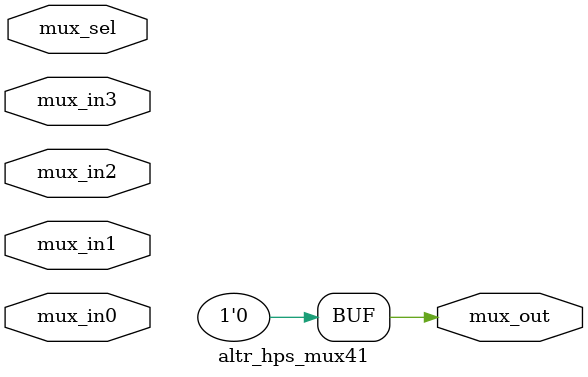
<source format=v>
module altr_hps_mux41(	// file.cleaned.mlir:2:3
  input        mux_in0,	// file.cleaned.mlir:2:32
               mux_in1,	// file.cleaned.mlir:2:50
               mux_in2,	// file.cleaned.mlir:2:68
               mux_in3,	// file.cleaned.mlir:2:86
  input  [1:0] mux_sel,	// file.cleaned.mlir:2:104
  output       mux_out	// file.cleaned.mlir:2:123
);

  assign mux_out = 1'h0;	// file.cleaned.mlir:3:14, :4:5
endmodule


</source>
